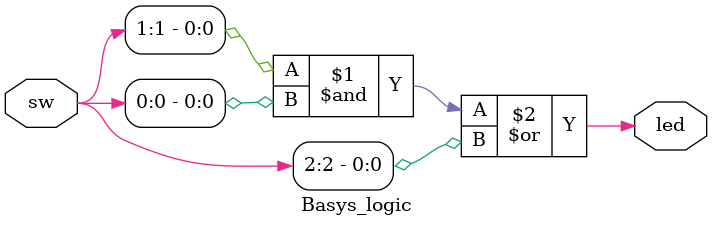
<source format=v>
`timescale 1ns / 1ps


module Basys_logic(
        input [2:0] sw, //declare the input switch
        output led // declare the output LED
);

assign led = (sw[1] & sw[0])|sw[2]; //defining the gate logic
endmodule

</source>
